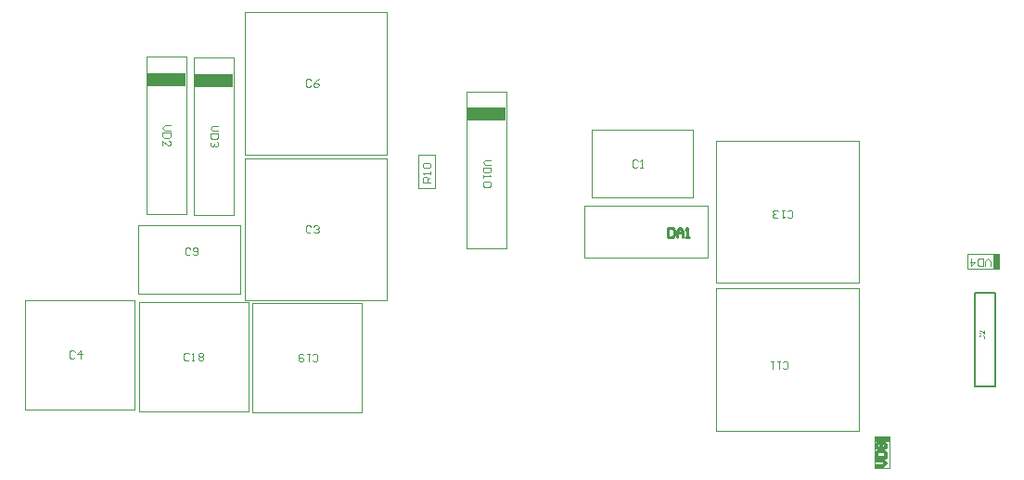
<source format=gbr>
%TF.GenerationSoftware,Altium Limited,Altium Designer,21.6.4 (81)*%
G04 Layer_Color=32768*
%FSLAX43Y43*%
%MOMM*%
%TF.SameCoordinates,100B324C-8CEB-4A13-B8D1-7C84912F4746*%
%TF.FilePolarity,Positive*%
%TF.FileFunction,Other,Top_Assembly*%
%TF.Part,Single*%
G01*
G75*
%TA.AperFunction,NonConductor*%
%ADD77C,0.200*%
%ADD79C,0.254*%
%ADD105C,0.300*%
%ADD107C,0.100*%
%ADD151R,1.375X0.575*%
%ADD152R,3.675X1.300*%
%ADD153R,0.575X1.375*%
G36*
X88036Y12800D02*
X88036D01*
X88033D01*
X88028D01*
X88022Y12801D01*
X88016Y12802D01*
X88008Y12803D01*
X88001Y12805D01*
X87993Y12808D01*
X87992D01*
X87991Y12808D01*
X87987Y12810D01*
X87980Y12813D01*
X87971Y12817D01*
X87961Y12823D01*
X87949Y12830D01*
X87937Y12839D01*
X87925Y12849D01*
X87924D01*
X87923Y12850D01*
X87919Y12854D01*
X87912Y12861D01*
X87903Y12870D01*
X87892Y12881D01*
X87878Y12896D01*
X87863Y12913D01*
X87848Y12931D01*
X87847Y12932D01*
X87845Y12935D01*
X87841Y12939D01*
X87837Y12944D01*
X87831Y12951D01*
X87824Y12959D01*
X87817Y12967D01*
X87809Y12977D01*
X87791Y12995D01*
X87773Y13014D01*
X87764Y13023D01*
X87756Y13031D01*
X87747Y13038D01*
X87739Y13044D01*
X87739D01*
X87738Y13046D01*
X87736Y13047D01*
X87733Y13049D01*
X87725Y13054D01*
X87715Y13060D01*
X87703Y13065D01*
X87690Y13070D01*
X87676Y13073D01*
X87663Y13074D01*
X87662D01*
X87662D01*
X87657Y13074D01*
X87650Y13073D01*
X87642Y13071D01*
X87631Y13068D01*
X87621Y13063D01*
X87611Y13056D01*
X87600Y13047D01*
X87599Y13046D01*
X87596Y13042D01*
X87592Y13037D01*
X87587Y13029D01*
X87583Y13018D01*
X87578Y13006D01*
X87575Y12992D01*
X87574Y12977D01*
Y12972D01*
X87575Y12969D01*
X87576Y12961D01*
X87578Y12950D01*
X87581Y12939D01*
X87586Y12927D01*
X87593Y12915D01*
X87602Y12904D01*
X87603Y12902D01*
X87607Y12899D01*
X87613Y12895D01*
X87622Y12890D01*
X87632Y12885D01*
X87645Y12881D01*
X87660Y12878D01*
X87677Y12876D01*
X87671Y12812D01*
X87670D01*
X87668Y12813D01*
X87664D01*
X87659Y12813D01*
X87653Y12815D01*
X87646Y12816D01*
X87638Y12819D01*
X87630Y12821D01*
X87612Y12827D01*
X87594Y12836D01*
X87586Y12841D01*
X87577Y12847D01*
X87569Y12854D01*
X87561Y12862D01*
X87560Y12862D01*
X87560Y12864D01*
X87557Y12866D01*
X87555Y12870D01*
X87552Y12874D01*
X87549Y12879D01*
X87546Y12885D01*
X87542Y12893D01*
X87538Y12901D01*
X87535Y12910D01*
X87532Y12919D01*
X87529Y12930D01*
X87526Y12941D01*
X87524Y12952D01*
X87523Y12965D01*
X87523Y12978D01*
Y12986D01*
X87523Y12991D01*
X87524Y12997D01*
X87525Y13004D01*
X87526Y13012D01*
X87528Y13020D01*
X87533Y13040D01*
X87540Y13059D01*
X87545Y13068D01*
X87550Y13078D01*
X87557Y13087D01*
X87564Y13095D01*
X87565Y13096D01*
X87566Y13097D01*
X87569Y13099D01*
X87571Y13102D01*
X87575Y13105D01*
X87580Y13109D01*
X87586Y13113D01*
X87592Y13117D01*
X87606Y13125D01*
X87624Y13132D01*
X87633Y13135D01*
X87643Y13136D01*
X87654Y13138D01*
X87665Y13139D01*
X87666D01*
X87670D01*
X87676Y13138D01*
X87684Y13137D01*
X87693Y13136D01*
X87703Y13133D01*
X87714Y13130D01*
X87725Y13125D01*
X87727Y13125D01*
X87730Y13123D01*
X87736Y13120D01*
X87744Y13116D01*
X87753Y13110D01*
X87764Y13102D01*
X87775Y13094D01*
X87788Y13083D01*
X87790Y13082D01*
X87794Y13078D01*
X87798Y13074D01*
X87801Y13071D01*
X87806Y13066D01*
X87812Y13060D01*
X87818Y13054D01*
X87824Y13047D01*
X87832Y13040D01*
X87840Y13031D01*
X87848Y13021D01*
X87858Y13011D01*
X87867Y12999D01*
X87878Y12987D01*
X87878Y12986D01*
X87880Y12985D01*
X87882Y12982D01*
X87885Y12978D01*
X87889Y12974D01*
X87894Y12969D01*
X87903Y12957D01*
X87914Y12944D01*
X87926Y12932D01*
X87935Y12922D01*
X87939Y12918D01*
X87943Y12914D01*
X87943Y12913D01*
X87946Y12911D01*
X87948Y12908D01*
X87953Y12904D01*
X87958Y12901D01*
X87963Y12896D01*
X87976Y12887D01*
Y13139D01*
X88036D01*
Y12800D01*
D02*
G37*
G36*
X87793Y12741D02*
X87799D01*
X87813Y12740D01*
X87829Y12738D01*
X87846Y12736D01*
X87864Y12732D01*
X87882Y12728D01*
X87883D01*
X87884Y12727D01*
X87886Y12726D01*
X87889Y12726D01*
X87897Y12723D01*
X87908Y12718D01*
X87920Y12714D01*
X87931Y12708D01*
X87944Y12700D01*
X87956Y12693D01*
X87957Y12692D01*
X87961Y12689D01*
X87966Y12685D01*
X87973Y12679D01*
X87980Y12672D01*
X87988Y12664D01*
X87996Y12656D01*
X88002Y12646D01*
X88003Y12645D01*
X88005Y12642D01*
X88008Y12637D01*
X88012Y12629D01*
X88016Y12621D01*
X88020Y12610D01*
X88025Y12598D01*
X88028Y12585D01*
Y12584D01*
X88029Y12581D01*
X88030Y12579D01*
X88031Y12572D01*
X88032Y12561D01*
X88033Y12550D01*
X88035Y12536D01*
X88036Y12520D01*
X88036Y12503D01*
Y12319D01*
X87525D01*
Y12516D01*
X87526Y12529D01*
X87526Y12544D01*
X87528Y12558D01*
X87530Y12573D01*
X87532Y12586D01*
Y12587D01*
X87533Y12588D01*
Y12590D01*
X87535Y12593D01*
X87537Y12601D01*
X87540Y12612D01*
X87546Y12624D01*
X87552Y12636D01*
X87560Y12649D01*
X87569Y12660D01*
X87570Y12661D01*
X87571Y12662D01*
X87573Y12664D01*
X87575Y12667D01*
X87583Y12675D01*
X87593Y12683D01*
X87605Y12693D01*
X87620Y12703D01*
X87637Y12713D01*
X87656Y12721D01*
X87657D01*
X87659Y12722D01*
X87662Y12723D01*
X87666Y12724D01*
X87671Y12726D01*
X87677Y12728D01*
X87684Y12729D01*
X87692Y12731D01*
X87700Y12734D01*
X87710Y12735D01*
X87730Y12739D01*
X87753Y12741D01*
X87778Y12742D01*
X87779D01*
X87781D01*
X87784D01*
X87788D01*
X87793Y12741D01*
D02*
G37*
%LPC*%
G36*
X87777Y12672D02*
X87776D01*
X87773D01*
X87770D01*
X87764Y12672D01*
X87757D01*
X87750Y12671D01*
X87741Y12670D01*
X87732Y12669D01*
X87712Y12666D01*
X87691Y12661D01*
X87672Y12655D01*
X87662Y12650D01*
X87654Y12646D01*
X87654D01*
X87652Y12644D01*
X87650Y12643D01*
X87647Y12641D01*
X87639Y12635D01*
X87631Y12628D01*
X87621Y12618D01*
X87611Y12607D01*
X87603Y12595D01*
X87597Y12581D01*
X87596Y12580D01*
X87595Y12576D01*
X87593Y12570D01*
X87591Y12560D01*
X87589Y12548D01*
X87587Y12533D01*
X87586Y12524D01*
Y12515D01*
X87586Y12505D01*
Y12387D01*
X87976D01*
Y12508D01*
X87975Y12513D01*
X87974Y12524D01*
X87974Y12537D01*
X87972Y12550D01*
X87970Y12564D01*
X87967Y12575D01*
X87966Y12576D01*
X87965Y12580D01*
X87963Y12585D01*
X87960Y12592D01*
X87956Y12599D01*
X87951Y12607D01*
X87946Y12614D01*
X87940Y12621D01*
X87939Y12622D01*
X87936Y12625D01*
X87931Y12629D01*
X87923Y12635D01*
X87914Y12641D01*
X87903Y12647D01*
X87890Y12653D01*
X87876Y12658D01*
X87875D01*
X87874Y12659D01*
X87872Y12660D01*
X87869Y12660D01*
X87865Y12661D01*
X87860Y12663D01*
X87855Y12664D01*
X87849Y12666D01*
X87834Y12668D01*
X87817Y12670D01*
X87798Y12672D01*
X87777Y12672D01*
D02*
G37*
%LPD*%
D77*
X87086Y8044D02*
Y16594D01*
X88986D01*
Y8044D02*
Y16594D01*
X87086Y8044D02*
X88986D01*
D79*
X59140Y22504D02*
Y21704D01*
X59540D01*
X59674Y21837D01*
Y22370D01*
X59540Y22504D01*
X59140D01*
X59940Y21704D02*
Y22237D01*
X60207Y22504D01*
X60473Y22237D01*
Y21704D01*
Y22104D01*
X59940D01*
X60740Y21704D02*
X61006D01*
X60873D01*
Y22504D01*
X60740Y22370D01*
D105*
X78174Y741D02*
X78708D01*
X78974Y1008D01*
X78708Y1274D01*
X78174D01*
Y1541D02*
X78974D01*
Y1941D01*
X78841Y2074D01*
X78308D01*
X78174Y1941D01*
Y1541D01*
X78841Y2341D02*
X78974Y2474D01*
Y2740D01*
X78841Y2874D01*
X78308D01*
X78174Y2740D01*
Y2474D01*
X78308Y2341D01*
X78441D01*
X78574Y2474D01*
Y2874D01*
D107*
X21194Y5693D02*
Y15693D01*
X31194D01*
X21194Y5693D02*
X31194D01*
Y15693D01*
X77969Y586D02*
Y3461D01*
X79319Y586D02*
Y3461D01*
X77969Y586D02*
X79319D01*
X77969Y3461D02*
X79319D01*
X76500Y4000D02*
Y17000D01*
X63500Y4000D02*
X76500D01*
X63500Y17000D02*
X76500D01*
X63500Y4000D02*
Y17000D01*
Y17500D02*
Y30500D01*
X76500D01*
X63500Y17500D02*
X76500D01*
Y30500D01*
X62699Y19774D02*
Y24574D01*
X51499Y21374D02*
Y22774D01*
Y19774D02*
X62699D01*
X51499Y24574D02*
X62699D01*
X51499Y22774D02*
Y24574D01*
Y19774D02*
Y21374D01*
X37846Y26162D02*
Y29210D01*
X36322Y26162D02*
Y29210D01*
X37846D01*
X36322Y26162D02*
X37846D01*
X10793Y16544D02*
X20043D01*
X10793Y22769D02*
X20043D01*
Y16544D02*
Y22769D01*
X10793Y16544D02*
Y22769D01*
X20486Y15884D02*
Y28884D01*
X33486D01*
X20486Y15884D02*
X33486D01*
Y28884D01*
X44395Y20638D02*
Y34988D01*
X43308Y20638D02*
X44395D01*
X40720D02*
X41808D01*
X43308D01*
X40720D02*
Y34988D01*
X44395D01*
X10868Y5744D02*
Y15744D01*
X20868D01*
X10868Y5744D02*
X20868D01*
Y15744D01*
X417Y5947D02*
Y15947D01*
X10417D01*
X417Y5947D02*
X10417D01*
Y15947D01*
X19503Y23736D02*
Y38086D01*
X18416Y23736D02*
X19503D01*
X15828D02*
X16916D01*
X18416D01*
X15828D02*
Y38086D01*
X19503D01*
X11485Y38163D02*
X15160D01*
X11485Y23813D02*
Y38163D01*
X12573Y23813D02*
X14073D01*
X11485D02*
X12573D01*
X14073D02*
X15160D01*
Y38163D01*
X33486Y29238D02*
Y42238D01*
X20486Y29238D02*
X33486D01*
X20486Y42238D02*
X33486D01*
X20486Y29238D02*
Y42238D01*
X89351Y18799D02*
Y20149D01*
X86476Y18799D02*
Y20149D01*
Y18799D02*
X89351D01*
X86476Y20149D02*
X89351D01*
X52161Y25273D02*
X61411D01*
X52161Y31498D02*
X61411D01*
Y25273D02*
Y31498D01*
X52161Y25273D02*
Y31498D01*
X26652Y10435D02*
X26769Y10319D01*
X27002D01*
X27119Y10435D01*
Y10902D01*
X27002Y11018D01*
X26769D01*
X26652Y10902D01*
X26419Y11018D02*
X26186D01*
X26303D01*
Y10319D01*
X26419Y10435D01*
X25836Y10902D02*
X25719Y11018D01*
X25486D01*
X25370Y10902D01*
Y10435D01*
X25486Y10319D01*
X25719D01*
X25836Y10435D01*
Y10552D01*
X25719Y10669D01*
X25370D01*
X69584Y9764D02*
X69701Y9648D01*
X69934D01*
X70051Y9764D01*
Y10231D01*
X69934Y10348D01*
X69701D01*
X69584Y10231D01*
X69351Y10348D02*
X69118D01*
X69234D01*
Y9648D01*
X69351Y9764D01*
X68768Y10348D02*
X68535D01*
X68651D01*
Y9648D01*
X68768Y9764D01*
X69991Y23569D02*
X70107Y23453D01*
X70341D01*
X70457Y23569D01*
Y24036D01*
X70341Y24152D01*
X70107D01*
X69991Y24036D01*
X69757Y24152D02*
X69524D01*
X69641D01*
Y23453D01*
X69757Y23569D01*
X69174D02*
X69058Y23453D01*
X68824D01*
X68708Y23569D01*
Y23686D01*
X68824Y23803D01*
X68941D01*
X68824D01*
X68708Y23919D01*
Y24036D01*
X68824Y24152D01*
X69058D01*
X69174Y24036D01*
X37434Y26711D02*
X36734D01*
Y27061D01*
X36851Y27178D01*
X37084D01*
X37201Y27061D01*
Y26711D01*
Y26944D02*
X37434Y27178D01*
Y27411D02*
Y27644D01*
Y27527D01*
X36734D01*
X36851Y27411D01*
Y27994D02*
X36734Y28111D01*
Y28344D01*
X36851Y28460D01*
X37317D01*
X37434Y28344D01*
Y28111D01*
X37317Y27994D01*
X36851D01*
X15503Y20609D02*
X15387Y20725D01*
X15153D01*
X15037Y20609D01*
Y20142D01*
X15153Y20025D01*
X15387D01*
X15503Y20142D01*
X15737D02*
X15853Y20025D01*
X16086D01*
X16203Y20142D01*
Y20609D01*
X16086Y20725D01*
X15853D01*
X15737Y20609D01*
Y20492D01*
X15853Y20375D01*
X16203D01*
X26527Y22642D02*
X26410Y22759D01*
X26177D01*
X26061Y22642D01*
Y22176D01*
X26177Y22059D01*
X26410D01*
X26527Y22176D01*
X26760Y22642D02*
X26877Y22759D01*
X27110D01*
X27227Y22642D01*
Y22525D01*
X27110Y22409D01*
X26994D01*
X27110D01*
X27227Y22292D01*
Y22176D01*
X27110Y22059D01*
X26877D01*
X26760Y22176D01*
X42920Y28738D02*
X42454D01*
X42220Y28504D01*
X42454Y28271D01*
X42920D01*
Y28038D02*
X42220D01*
Y27688D01*
X42337Y27571D01*
X42804D01*
X42920Y27688D01*
Y28038D01*
X42220Y27338D02*
Y27105D01*
Y27221D01*
X42920D01*
X42804Y27338D01*
Y26755D02*
X42920Y26638D01*
Y26405D01*
X42804Y26288D01*
X42337D01*
X42220Y26405D01*
Y26638D01*
X42337Y26755D01*
X42804D01*
X15410Y11002D02*
X15293Y11119D01*
X15060D01*
X14943Y11002D01*
Y10536D01*
X15060Y10419D01*
X15293D01*
X15410Y10536D01*
X15643Y10419D02*
X15876D01*
X15760D01*
Y11119D01*
X15643Y11002D01*
X16226D02*
X16343Y11119D01*
X16576D01*
X16693Y11002D01*
Y10886D01*
X16576Y10769D01*
X16693Y10652D01*
Y10536D01*
X16576Y10419D01*
X16343D01*
X16226Y10536D01*
Y10652D01*
X16343Y10769D01*
X16226Y10886D01*
Y11002D01*
X16343Y10769D02*
X16576D01*
X4958Y11206D02*
X4842Y11322D01*
X4608D01*
X4492Y11206D01*
Y10739D01*
X4608Y10622D01*
X4842D01*
X4958Y10739D01*
X5541Y10622D02*
Y11322D01*
X5192Y10972D01*
X5658D01*
X18028Y31836D02*
X17562D01*
X17328Y31603D01*
X17562Y31370D01*
X18028D01*
Y31137D02*
X17328D01*
Y30787D01*
X17445Y30670D01*
X17912D01*
X18028Y30787D01*
Y31137D01*
X17912Y30437D02*
X18028Y30320D01*
Y30087D01*
X17912Y29970D01*
X17795D01*
X17678Y30087D01*
Y30204D01*
Y30087D01*
X17562Y29970D01*
X17445D01*
X17328Y30087D01*
Y30320D01*
X17445Y30437D01*
X13685Y31913D02*
X13218D01*
X12985Y31679D01*
X13218Y31446D01*
X13685D01*
Y31213D02*
X12985D01*
Y30863D01*
X13102Y30746D01*
X13568D01*
X13685Y30863D01*
Y31213D01*
X12985Y30047D02*
Y30513D01*
X13452Y30047D01*
X13568D01*
X13685Y30163D01*
Y30396D01*
X13568Y30513D01*
X26527Y35996D02*
X26410Y36113D01*
X26177D01*
X26061Y35996D01*
Y35529D01*
X26177Y35413D01*
X26410D01*
X26527Y35529D01*
X27227Y36113D02*
X26994Y35996D01*
X26760Y35763D01*
Y35529D01*
X26877Y35413D01*
X27110D01*
X27227Y35529D01*
Y35646D01*
X27110Y35763D01*
X26760D01*
X88564Y19028D02*
Y19494D01*
X88331Y19728D01*
X88097Y19494D01*
Y19028D01*
X87864D02*
Y19728D01*
X87514D01*
X87398Y19611D01*
Y19145D01*
X87514Y19028D01*
X87864D01*
X86814Y19728D02*
Y19028D01*
X87164Y19378D01*
X86698D01*
X56352Y28631D02*
X56235Y28747D01*
X56002D01*
X55886Y28631D01*
Y28164D01*
X56002Y28048D01*
X56235D01*
X56352Y28164D01*
X56585Y28048D02*
X56819D01*
X56702D01*
Y28747D01*
X56585Y28631D01*
D151*
X78632Y3175D02*
D03*
D152*
X42533Y32913D02*
D03*
X17641Y36011D02*
D03*
X13297Y36088D02*
D03*
D153*
X89064Y19486D02*
D03*
%TF.MD5,24b6a0ee5702b0f815528767c31456ad*%
M02*

</source>
